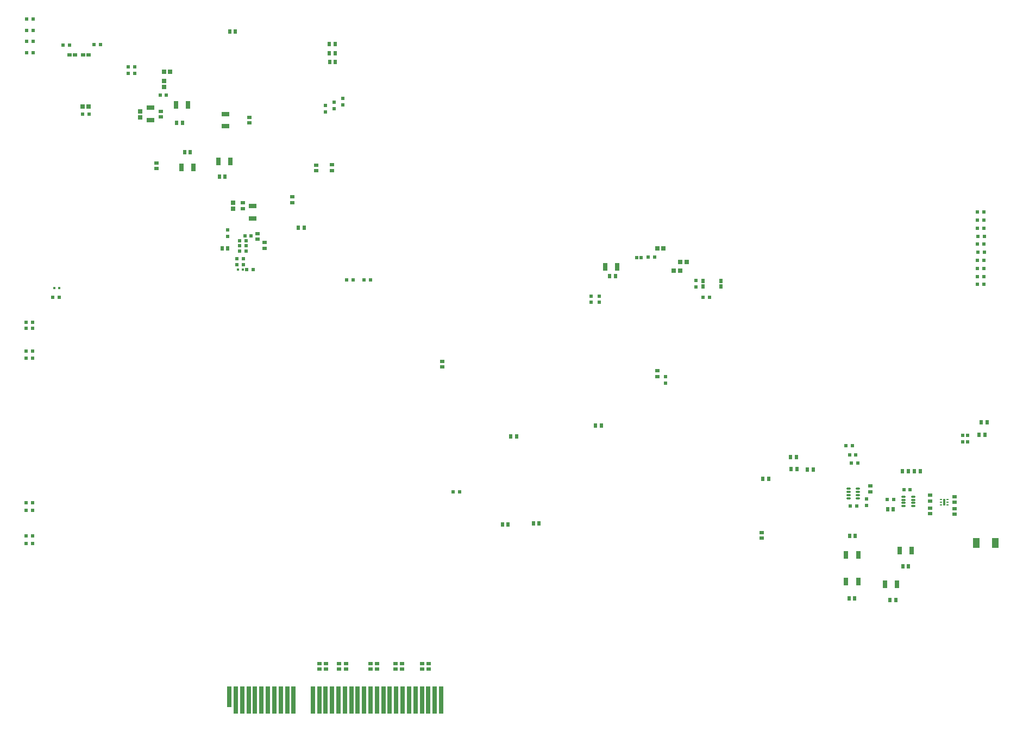
<source format=gbp>
G04*
G04 #@! TF.GenerationSoftware,Altium Limited,Altium Designer,24.4.1 (13)*
G04*
G04 Layer_Color=128*
%FSLAX44Y44*%
%MOMM*%
G71*
G04*
G04 #@! TF.SameCoordinates,C219BC17-0EE8-4F2A-9735-B7F9450BE7D0*
G04*
G04*
G04 #@! TF.FilePolarity,Positive*
G04*
G01*
G75*
%ADD37R,0.5000X0.6000*%
%ADD38R,0.6000X0.5000*%
%ADD40R,1.0500X1.6000*%
%ADD42R,0.6400X0.6000*%
%ADD43R,0.6000X0.6400*%
%ADD44R,1.3000X0.7000*%
%ADD45R,0.7000X1.3000*%
%ADD52R,0.7112X4.1910*%
%ADD53R,0.7112X3.2004*%
%ADD74R,0.7393X0.6725*%
%ADD87R,0.4500X0.4500*%
%ADD116R,0.3700X0.2400*%
%ADD117R,0.4000X1.0800*%
%ADD132R,0.6725X0.7393*%
%ADD246R,0.6500X0.7000*%
%ADD247R,0.7500X0.7000*%
%ADD248R,0.6888X0.6725*%
%ADD249R,0.5500X0.5000*%
%ADD250R,0.5600X0.5200*%
G04:AMPARAMS|DCode=251|XSize=0.66mm|YSize=0.32mm|CornerRadius=0.04mm|HoleSize=0mm|Usage=FLASHONLY|Rotation=0.000|XOffset=0mm|YOffset=0mm|HoleType=Round|Shape=RoundedRectangle|*
%AMROUNDEDRECTD251*
21,1,0.6600,0.2400,0,0,0.0*
21,1,0.5800,0.3200,0,0,0.0*
1,1,0.0800,0.2900,-0.1200*
1,1,0.0800,-0.2900,-0.1200*
1,1,0.0800,-0.2900,0.1200*
1,1,0.0800,0.2900,0.1200*
%
%ADD251ROUNDEDRECTD251*%
%ADD252R,0.6000X0.6500*%
%ADD253R,0.6500X0.6000*%
D37*
X1430201Y433750D02*
D03*
X1420201D02*
D03*
X1435302Y419750D02*
D03*
X1425302D02*
D03*
X1438292Y406750D02*
D03*
X1428292D02*
D03*
X152000Y293000D02*
D03*
X142000D02*
D03*
X152000Y281000D02*
D03*
X142000D02*
D03*
X152000Y581000D02*
D03*
X142000D02*
D03*
X152000Y570000D02*
D03*
X142000D02*
D03*
X152000Y333000D02*
D03*
X142000D02*
D03*
X152000Y345000D02*
D03*
X142000D02*
D03*
X152000Y626000D02*
D03*
X142000D02*
D03*
X152000Y617000D02*
D03*
X142000D02*
D03*
X301540Y1014000D02*
D03*
X311540D02*
D03*
X485000Y753000D02*
D03*
X475000D02*
D03*
X485000Y745000D02*
D03*
X475000D02*
D03*
X486000Y708000D02*
D03*
X496000D02*
D03*
X471000Y725000D02*
D03*
X481000D02*
D03*
X493000Y761000D02*
D03*
X483000D02*
D03*
X481000Y716000D02*
D03*
X471000D02*
D03*
X1635000Y785000D02*
D03*
X1625000D02*
D03*
X1635500Y760000D02*
D03*
X1625500D02*
D03*
X1635500Y735000D02*
D03*
X1625500D02*
D03*
X1635000Y710000D02*
D03*
X1625000D02*
D03*
X1635000Y685000D02*
D03*
X1625000D02*
D03*
X1197000Y665000D02*
D03*
X1207000D02*
D03*
X200000Y1058000D02*
D03*
X210000D02*
D03*
X258000Y1059000D02*
D03*
X248000D02*
D03*
X184000Y665000D02*
D03*
X194000D02*
D03*
X1635000Y797500D02*
D03*
X1625000D02*
D03*
X1635000Y772500D02*
D03*
X1625000D02*
D03*
X1635000Y747500D02*
D03*
X1625000D02*
D03*
X1635000Y722500D02*
D03*
X1625000D02*
D03*
X1635000Y697500D02*
D03*
X1625000D02*
D03*
X1520000Y365000D02*
D03*
X1510000D02*
D03*
X1484000Y350000D02*
D03*
X1494000D02*
D03*
X1436957Y339499D02*
D03*
X1426957D02*
D03*
X153000Y1046000D02*
D03*
X143000D02*
D03*
X153000Y1063500D02*
D03*
X143000D02*
D03*
X153000Y1081000D02*
D03*
X143000D02*
D03*
X153000Y1098500D02*
D03*
X143000D02*
D03*
X485000Y737000D02*
D03*
X475000D02*
D03*
X311540Y1023651D02*
D03*
X301540D02*
D03*
X361000Y980000D02*
D03*
X351000D02*
D03*
X679000Y692000D02*
D03*
X669000D02*
D03*
X641470Y692098D02*
D03*
X651470D02*
D03*
X808000Y362000D02*
D03*
X818000D02*
D03*
X1112000Y728000D02*
D03*
X1122000D02*
D03*
X240000Y950000D02*
D03*
X230000D02*
D03*
D38*
X636000Y964880D02*
D03*
Y974880D02*
D03*
X622000Y958991D02*
D03*
Y968991D02*
D03*
X609000Y953555D02*
D03*
Y963555D02*
D03*
X456000Y770000D02*
D03*
Y760000D02*
D03*
X1185749Y691000D02*
D03*
Y681000D02*
D03*
X1452000Y341000D02*
D03*
Y351000D02*
D03*
X1022630Y657000D02*
D03*
Y667000D02*
D03*
X1035330Y657000D02*
D03*
Y667000D02*
D03*
X1139000Y531000D02*
D03*
Y541000D02*
D03*
D40*
X1623250Y282000D02*
D03*
X1652750D02*
D03*
D42*
X769540Y94676D02*
D03*
Y85876D02*
D03*
X759380Y94676D02*
D03*
Y85876D02*
D03*
X728000Y94400D02*
D03*
Y85600D02*
D03*
X718000Y94400D02*
D03*
Y85600D02*
D03*
X689530Y94676D02*
D03*
Y85876D02*
D03*
X679370Y94676D02*
D03*
Y85876D02*
D03*
X640508Y94676D02*
D03*
Y85876D02*
D03*
X629586Y94676D02*
D03*
Y85876D02*
D03*
X609520Y94676D02*
D03*
Y85876D02*
D03*
X599360Y94676D02*
D03*
Y85876D02*
D03*
X345000Y874400D02*
D03*
Y865600D02*
D03*
X1589400Y335570D02*
D03*
Y326770D02*
D03*
X1551000Y336400D02*
D03*
Y327600D02*
D03*
Y356400D02*
D03*
Y347600D02*
D03*
X1589400Y354571D02*
D03*
Y345770D02*
D03*
X1457957Y370899D02*
D03*
Y362099D02*
D03*
X1288796Y289617D02*
D03*
Y298417D02*
D03*
X557000Y821400D02*
D03*
Y812600D02*
D03*
X619000Y862600D02*
D03*
Y871400D02*
D03*
X594525Y862100D02*
D03*
Y870900D02*
D03*
X791000Y556600D02*
D03*
Y565400D02*
D03*
X480000Y811900D02*
D03*
Y803100D02*
D03*
X352000Y954400D02*
D03*
Y945600D02*
D03*
X490000Y945400D02*
D03*
Y936600D02*
D03*
X1126000Y541600D02*
D03*
Y550400D02*
D03*
X514266Y750138D02*
D03*
Y741338D02*
D03*
X502841Y755350D02*
D03*
Y764150D02*
D03*
D43*
X456400Y741000D02*
D03*
X447600D02*
D03*
X1484600Y335000D02*
D03*
X1493400D02*
D03*
X468400Y1079000D02*
D03*
X459600D02*
D03*
X1299400Y382000D02*
D03*
X1290600D02*
D03*
X1535650Y393750D02*
D03*
X1526850D02*
D03*
X1508100Y393757D02*
D03*
X1516900D02*
D03*
X1334600Y397000D02*
D03*
X1343400D02*
D03*
X1368900Y396254D02*
D03*
X1360100D02*
D03*
X1333600Y416000D02*
D03*
X1342400D02*
D03*
X623800Y1045500D02*
D03*
X615000D02*
D03*
X624210Y1031376D02*
D03*
X615410D02*
D03*
X884600Y311000D02*
D03*
X893400D02*
D03*
X932600Y313000D02*
D03*
X941400D02*
D03*
X1636400Y451000D02*
D03*
X1627600D02*
D03*
X1639788Y470000D02*
D03*
X1630988D02*
D03*
X623800Y1059500D02*
D03*
X615000D02*
D03*
X1029600Y465250D02*
D03*
X1038400D02*
D03*
X906400Y448000D02*
D03*
X897600D02*
D03*
X1497400Y193000D02*
D03*
X1488600D02*
D03*
X389125Y890876D02*
D03*
X397925D02*
D03*
X452400Y853000D02*
D03*
X443600D02*
D03*
X1508600Y246000D02*
D03*
X1517400D02*
D03*
X385675Y936601D02*
D03*
X376875D02*
D03*
X1424600Y196000D02*
D03*
X1433400D02*
D03*
X1425600Y293000D02*
D03*
X1434400D02*
D03*
X566600Y773000D02*
D03*
X575400D02*
D03*
X1060511Y698000D02*
D03*
X1051711D02*
D03*
D44*
X336189Y960072D02*
D03*
Y941072D02*
D03*
X495500Y788000D02*
D03*
Y807000D02*
D03*
X452525Y931376D02*
D03*
Y950376D02*
D03*
D45*
X1438876Y263828D02*
D03*
X1419876D02*
D03*
X1044330Y712500D02*
D03*
X1063330D02*
D03*
X375500Y965000D02*
D03*
X394500D02*
D03*
X441503Y876476D02*
D03*
X460503D02*
D03*
X1480500Y218000D02*
D03*
X1499500D02*
D03*
X1522500Y270000D02*
D03*
X1503500D02*
D03*
X403025Y867581D02*
D03*
X384025D02*
D03*
X1438876Y221753D02*
D03*
X1419876D02*
D03*
D52*
X489000Y37376D02*
D03*
X649000D02*
D03*
X669000D02*
D03*
X739000D02*
D03*
X779000D02*
D03*
X699000D02*
D03*
X749000D02*
D03*
X709000D02*
D03*
X589000D02*
D03*
X619000D02*
D03*
X659000D02*
D03*
X529000D02*
D03*
X519000D02*
D03*
X509000D02*
D03*
X499000D02*
D03*
X559000D02*
D03*
X599000D02*
D03*
X609000D02*
D03*
X629000D02*
D03*
X639000D02*
D03*
X719000D02*
D03*
X679000D02*
D03*
X729000D02*
D03*
X759000D02*
D03*
X769000D02*
D03*
X689000D02*
D03*
X539000D02*
D03*
X549000D02*
D03*
X469000D02*
D03*
X479000D02*
D03*
X789000D02*
D03*
D53*
X459000Y42329D02*
D03*
D74*
X1126334Y741000D02*
D03*
X1135666D02*
D03*
X366666Y1016000D02*
D03*
X357334D02*
D03*
D87*
X480000Y708000D02*
D03*
X472000D02*
D03*
X186000Y679000D02*
D03*
X194000D02*
D03*
D116*
X1577867Y341819D02*
D03*
Y345819D02*
D03*
Y349819D02*
D03*
X1567567D02*
D03*
Y345819D02*
D03*
Y341819D02*
D03*
D117*
X1572717Y345819D02*
D03*
D132*
X465000Y812166D02*
D03*
Y802834D02*
D03*
X320000Y954666D02*
D03*
Y945334D02*
D03*
D246*
X357000Y992250D02*
D03*
Y1001750D02*
D03*
D247*
X1161250Y706500D02*
D03*
X1151750D02*
D03*
X239750Y962500D02*
D03*
X230250D02*
D03*
D248*
X1161865Y720000D02*
D03*
X1172135D02*
D03*
D249*
X1101000Y727000D02*
D03*
X1093500D02*
D03*
D250*
X1602000Y439802D02*
D03*
X1609800D02*
D03*
X1609800Y449802D02*
D03*
X1602000D02*
D03*
D251*
X1509817Y344483D02*
D03*
Y339483D02*
D03*
Y349483D02*
D03*
Y354483D02*
D03*
X1524517D02*
D03*
Y349483D02*
D03*
Y344483D02*
D03*
Y339483D02*
D03*
X1423700Y366800D02*
D03*
Y361800D02*
D03*
Y356800D02*
D03*
Y351800D02*
D03*
X1438400D02*
D03*
Y356800D02*
D03*
Y366800D02*
D03*
Y361800D02*
D03*
D252*
X1197000Y690250D02*
D03*
Y681750D02*
D03*
X1225250Y690250D02*
D03*
Y681750D02*
D03*
D253*
X210250Y1042500D02*
D03*
X218750D02*
D03*
X239750D02*
D03*
X231250D02*
D03*
M02*

</source>
